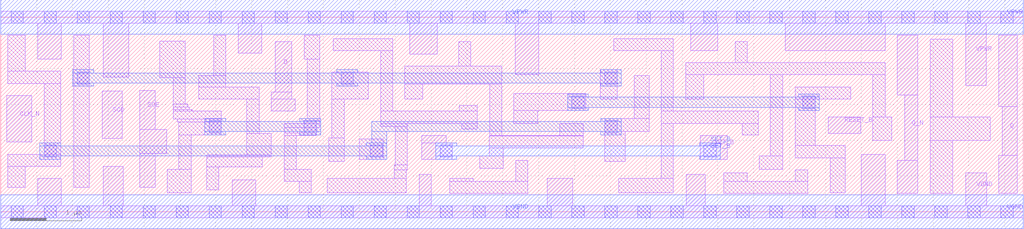
<source format=lef>
# Copyright 2020 The SkyWater PDK Authors
#
# Licensed under the Apache License, Version 2.0 (the "License");
# you may not use this file except in compliance with the License.
# You may obtain a copy of the License at
#
#     https://www.apache.org/licenses/LICENSE-2.0
#
# Unless required by applicable law or agreed to in writing, software
# distributed under the License is distributed on an "AS IS" BASIS,
# WITHOUT WARRANTIES OR CONDITIONS OF ANY KIND, either express or implied.
# See the License for the specific language governing permissions and
# limitations under the License.
#
# SPDX-License-Identifier: Apache-2.0

VERSION 5.7 ;
  NAMESCASESENSITIVE ON ;
  NOWIREEXTENSIONATPIN ON ;
  DIVIDERCHAR "/" ;
  BUSBITCHARS "[]" ;
UNITS
  DATABASE MICRONS 200 ;
END UNITS
MACRO sky130_fd_sc_hd__sdfbbn_1
  CLASS CORE ;
  SOURCE USER ;
  FOREIGN sky130_fd_sc_hd__sdfbbn_1 ;
  ORIGIN  0.000000  0.000000 ;
  SIZE  14.26000 BY  2.720000 ;
  SYMMETRY X Y R90 ;
  SITE unithd ;
  PIN D
    ANTENNAGATEAREA  0.126000 ;
    DIRECTION INPUT ;
    USE SIGNAL ;
    PORT
      LAYER li1 ;
        RECT 3.775000 1.405000 4.105000 1.575000 ;
        RECT 3.775000 1.575000 4.060000 1.675000 ;
        RECT 3.825000 1.675000 4.060000 2.375000 ;
    END
  END D
  PIN Q
    ANTENNADIFFAREA  0.429000 ;
    DIRECTION OUTPUT ;
    USE SIGNAL ;
    PORT
      LAYER li1 ;
        RECT 13.915000 0.255000 14.175000 0.785000 ;
        RECT 13.915000 1.470000 14.175000 2.465000 ;
        RECT 13.965000 0.785000 14.175000 1.470000 ;
    END
  END Q
  PIN Q_N
    ANTENNADIFFAREA  0.429000 ;
    DIRECTION OUTPUT ;
    USE SIGNAL ;
    PORT
      LAYER li1 ;
        RECT 12.500000 0.255000 12.785000 0.715000 ;
        RECT 12.500000 1.630000 12.785000 2.465000 ;
        RECT 12.605000 0.715000 12.785000 1.630000 ;
    END
  END Q_N
  PIN RESET_B
    ANTENNAGATEAREA  0.159000 ;
    DIRECTION INPUT ;
    USE SIGNAL ;
    PORT
      LAYER li1 ;
        RECT 11.535000 1.095000 11.990000 1.325000 ;
    END
  END RESET_B
  PIN SCD
    ANTENNAGATEAREA  0.159000 ;
    DIRECTION INPUT ;
    USE SIGNAL ;
    PORT
      LAYER li1 ;
        RECT 1.415000 1.025000 1.695000 1.685000 ;
    END
  END SCD
  PIN SCE
    ANTENNAGATEAREA  0.252000 ;
    DIRECTION INPUT ;
    USE SIGNAL ;
    PORT
      LAYER li1 ;
        RECT 1.935000 0.345000 2.155000 0.815000 ;
        RECT 1.935000 0.815000 2.315000 1.150000 ;
        RECT 1.935000 1.150000 2.155000 1.695000 ;
    END
  END SCE
  PIN SET_B
    ANTENNAGATEAREA  0.252000 ;
    DIRECTION INPUT ;
    USE SIGNAL ;
    PORT
      LAYER li1 ;
        RECT 5.870000 0.735000  6.295000 0.965000 ;
        RECT 5.870000 0.965000  6.215000 1.065000 ;
        RECT 9.755000 0.735000 10.130000 1.065000 ;
      LAYER mcon ;
        RECT 6.125000 0.765000 6.295000 0.935000 ;
        RECT 9.805000 0.765000 9.975000 0.935000 ;
      LAYER met1 ;
        RECT 6.065000 0.735000  6.355000 0.780000 ;
        RECT 6.065000 0.780000 10.035000 0.920000 ;
        RECT 6.065000 0.920000  6.355000 0.965000 ;
        RECT 9.745000 0.735000 10.035000 0.780000 ;
        RECT 9.745000 0.920000 10.035000 0.965000 ;
    END
  END SET_B
  PIN CLK_N
    ANTENNAGATEAREA  0.159000 ;
    DIRECTION INPUT ;
    USE CLOCK ;
    PORT
      LAYER li1 ;
        RECT 0.085000 0.975000 0.435000 1.625000 ;
    END
  END CLK_N
  PIN VGND
    DIRECTION INOUT ;
    SHAPE ABUTMENT ;
    USE GROUND ;
    PORT
      LAYER li1 ;
        RECT  0.000000 -0.085000 14.260000 0.085000 ;
        RECT  0.515000  0.085000  0.845000 0.465000 ;
        RECT  1.430000  0.085000  1.705000 0.635000 ;
        RECT  3.225000  0.085000  3.555000 0.445000 ;
        RECT  5.835000  0.085000  6.005000 0.525000 ;
        RECT  7.620000  0.085000  7.975000 0.465000 ;
        RECT  9.560000  0.085000  9.820000 0.525000 ;
        RECT 12.000000  0.085000 12.330000 0.805000 ;
        RECT 13.455000  0.085000 13.745000 0.545000 ;
      LAYER mcon ;
        RECT  0.145000 -0.085000  0.315000 0.085000 ;
        RECT  0.605000 -0.085000  0.775000 0.085000 ;
        RECT  1.065000 -0.085000  1.235000 0.085000 ;
        RECT  1.525000 -0.085000  1.695000 0.085000 ;
        RECT  1.985000 -0.085000  2.155000 0.085000 ;
        RECT  2.445000 -0.085000  2.615000 0.085000 ;
        RECT  2.905000 -0.085000  3.075000 0.085000 ;
        RECT  3.365000 -0.085000  3.535000 0.085000 ;
        RECT  3.825000 -0.085000  3.995000 0.085000 ;
        RECT  4.285000 -0.085000  4.455000 0.085000 ;
        RECT  4.745000 -0.085000  4.915000 0.085000 ;
        RECT  5.205000 -0.085000  5.375000 0.085000 ;
        RECT  5.665000 -0.085000  5.835000 0.085000 ;
        RECT  6.125000 -0.085000  6.295000 0.085000 ;
        RECT  6.585000 -0.085000  6.755000 0.085000 ;
        RECT  7.045000 -0.085000  7.215000 0.085000 ;
        RECT  7.505000 -0.085000  7.675000 0.085000 ;
        RECT  7.965000 -0.085000  8.135000 0.085000 ;
        RECT  8.425000 -0.085000  8.595000 0.085000 ;
        RECT  8.885000 -0.085000  9.055000 0.085000 ;
        RECT  9.345000 -0.085000  9.515000 0.085000 ;
        RECT  9.805000 -0.085000  9.975000 0.085000 ;
        RECT 10.265000 -0.085000 10.435000 0.085000 ;
        RECT 10.725000 -0.085000 10.895000 0.085000 ;
        RECT 11.185000 -0.085000 11.355000 0.085000 ;
        RECT 11.645000 -0.085000 11.815000 0.085000 ;
        RECT 12.105000 -0.085000 12.275000 0.085000 ;
        RECT 12.565000 -0.085000 12.735000 0.085000 ;
        RECT 13.025000 -0.085000 13.195000 0.085000 ;
        RECT 13.485000 -0.085000 13.655000 0.085000 ;
        RECT 13.945000 -0.085000 14.115000 0.085000 ;
      LAYER met1 ;
        RECT 0.000000 -0.240000 14.260000 0.240000 ;
    END
  END VGND
  PIN VPWR
    DIRECTION INOUT ;
    SHAPE ABUTMENT ;
    USE POWER ;
    PORT
      LAYER li1 ;
        RECT  0.000000 2.635000 14.260000 2.805000 ;
        RECT  0.515000 2.135000  0.845000 2.635000 ;
        RECT  1.430000 1.885000  1.785000 2.635000 ;
        RECT  3.310000 2.215000  3.640000 2.635000 ;
        RECT  5.705000 2.205000  6.085000 2.635000 ;
        RECT  7.175000 1.915000  7.505000 2.635000 ;
        RECT  9.620000 2.255000 10.000000 2.635000 ;
        RECT 10.940000 2.255000 12.330000 2.635000 ;
        RECT 13.455000 1.765000 13.740000 2.635000 ;
      LAYER mcon ;
        RECT  0.145000 2.635000  0.315000 2.805000 ;
        RECT  0.605000 2.635000  0.775000 2.805000 ;
        RECT  1.065000 2.635000  1.235000 2.805000 ;
        RECT  1.525000 2.635000  1.695000 2.805000 ;
        RECT  1.985000 2.635000  2.155000 2.805000 ;
        RECT  2.445000 2.635000  2.615000 2.805000 ;
        RECT  2.905000 2.635000  3.075000 2.805000 ;
        RECT  3.365000 2.635000  3.535000 2.805000 ;
        RECT  3.825000 2.635000  3.995000 2.805000 ;
        RECT  4.285000 2.635000  4.455000 2.805000 ;
        RECT  4.745000 2.635000  4.915000 2.805000 ;
        RECT  5.205000 2.635000  5.375000 2.805000 ;
        RECT  5.665000 2.635000  5.835000 2.805000 ;
        RECT  6.125000 2.635000  6.295000 2.805000 ;
        RECT  6.585000 2.635000  6.755000 2.805000 ;
        RECT  7.045000 2.635000  7.215000 2.805000 ;
        RECT  7.505000 2.635000  7.675000 2.805000 ;
        RECT  7.965000 2.635000  8.135000 2.805000 ;
        RECT  8.425000 2.635000  8.595000 2.805000 ;
        RECT  8.885000 2.635000  9.055000 2.805000 ;
        RECT  9.345000 2.635000  9.515000 2.805000 ;
        RECT  9.805000 2.635000  9.975000 2.805000 ;
        RECT 10.265000 2.635000 10.435000 2.805000 ;
        RECT 10.725000 2.635000 10.895000 2.805000 ;
        RECT 11.185000 2.635000 11.355000 2.805000 ;
        RECT 11.645000 2.635000 11.815000 2.805000 ;
        RECT 12.105000 2.635000 12.275000 2.805000 ;
        RECT 12.565000 2.635000 12.735000 2.805000 ;
        RECT 13.025000 2.635000 13.195000 2.805000 ;
        RECT 13.485000 2.635000 13.655000 2.805000 ;
        RECT 13.945000 2.635000 14.115000 2.805000 ;
      LAYER met1 ;
        RECT 0.000000 2.480000 14.260000 2.960000 ;
    END
  END VPWR
  OBS
    LAYER li1 ;
      RECT  0.095000 0.345000  0.345000 0.635000 ;
      RECT  0.095000 0.635000  0.835000 0.805000 ;
      RECT  0.095000 1.795000  0.835000 1.965000 ;
      RECT  0.095000 1.965000  0.345000 2.465000 ;
      RECT  0.605000 0.805000  0.835000 1.795000 ;
      RECT  1.015000 0.345000  1.235000 2.465000 ;
      RECT  2.215000 1.875000  2.575000 2.385000 ;
      RECT  2.325000 0.265000  2.655000 0.595000 ;
      RECT  2.405000 1.295000  3.075000 1.405000 ;
      RECT  2.405000 1.405000  2.670000 1.430000 ;
      RECT  2.405000 1.430000  2.630000 1.465000 ;
      RECT  2.405000 1.465000  2.605000 1.505000 ;
      RECT  2.405000 1.505000  2.575000 1.875000 ;
      RECT  2.460000 1.255000  3.075000 1.295000 ;
      RECT  2.485000 0.595000  2.655000 1.075000 ;
      RECT  2.485000 1.075000  3.075000 1.255000 ;
      RECT  2.760000 1.575000  3.605000 1.745000 ;
      RECT  2.760000 1.745000  3.140000 1.905000 ;
      RECT  2.870000 0.305000  3.040000 0.625000 ;
      RECT  2.870000 0.625000  3.645000 0.765000 ;
      RECT  2.870000 0.765000  3.770000 0.795000 ;
      RECT  2.970000 1.905000  3.140000 2.465000 ;
      RECT  3.430000 0.795000  3.770000 1.095000 ;
      RECT  3.430000 1.095000  3.605000 1.575000 ;
      RECT  3.950000 0.425000  4.330000 0.595000 ;
      RECT  3.950000 0.595000  4.120000 1.065000 ;
      RECT  3.950000 1.065000  4.400000 1.105000 ;
      RECT  3.950000 1.105000  4.410000 1.175000 ;
      RECT  3.950000 1.175000  4.445000 1.235000 ;
      RECT  4.160000 0.265000  4.330000 0.425000 ;
      RECT  4.225000 1.235000  4.445000 1.275000 ;
      RECT  4.230000 2.135000  4.445000 2.465000 ;
      RECT  4.245000 1.275000  4.445000 1.305000 ;
      RECT  4.275000 1.305000  4.445000 2.135000 ;
      RECT  4.555000 0.265000  5.655000 0.465000 ;
      RECT  4.570000 0.705000  4.790000 1.035000 ;
      RECT  4.615000 1.035000  4.790000 1.575000 ;
      RECT  4.615000 1.575000  5.125000 1.955000 ;
      RECT  4.635000 2.250000  5.465000 2.420000 ;
      RECT  5.000000 0.735000  5.330000 1.015000 ;
      RECT  5.295000 1.195000  5.670000 1.235000 ;
      RECT  5.295000 1.235000  6.645000 1.405000 ;
      RECT  5.295000 1.405000  5.465000 2.250000 ;
      RECT  5.485000 0.465000  5.655000 0.585000 ;
      RECT  5.485000 0.585000  5.670000 0.655000 ;
      RECT  5.500000 0.655000  5.670000 1.195000 ;
      RECT  5.635000 1.575000  5.885000 1.785000 ;
      RECT  5.635000 1.785000  6.985000 2.035000 ;
      RECT  6.260000 0.255000  7.350000 0.425000 ;
      RECT  6.260000 0.425000  6.590000 0.465000 ;
      RECT  6.385000 2.035000  6.555000 2.375000 ;
      RECT  6.395000 1.405000  6.645000 1.485000 ;
      RECT  6.425000 1.155000  6.645000 1.235000 ;
      RECT  6.680000 0.610000  7.010000 0.780000 ;
      RECT  6.810000 0.780000  7.010000 0.895000 ;
      RECT  6.810000 0.895000  8.125000 1.060000 ;
      RECT  6.815000 1.060000  8.125000 1.065000 ;
      RECT  6.815000 1.065000  6.985000 1.785000 ;
      RECT  7.155000 1.235000  7.485000 1.415000 ;
      RECT  7.155000 1.415000  8.160000 1.655000 ;
      RECT  7.180000 0.425000  7.350000 0.715000 ;
      RECT  7.795000 1.065000  8.125000 1.235000 ;
      RECT  8.360000 1.575000  8.595000 1.985000 ;
      RECT  8.420000 0.705000  8.705000 1.125000 ;
      RECT  8.420000 1.125000  9.040000 1.305000 ;
      RECT  8.550000 2.250000  9.380000 2.420000 ;
      RECT  8.615000 0.265000  9.380000 0.465000 ;
      RECT  8.835000 1.305000  9.040000 1.905000 ;
      RECT  9.210000 0.465000  9.380000 1.235000 ;
      RECT  9.210000 1.235000 10.560000 1.405000 ;
      RECT  9.210000 1.405000  9.380000 2.250000 ;
      RECT  9.550000 1.575000  9.800000 1.915000 ;
      RECT  9.550000 1.915000 12.330000 2.085000 ;
      RECT 10.080000 0.255000 11.250000 0.425000 ;
      RECT 10.080000 0.425000 10.410000 0.545000 ;
      RECT 10.240000 2.085000 10.410000 2.375000 ;
      RECT 10.340000 1.075000 10.560000 1.235000 ;
      RECT 10.575000 0.595000 10.905000 0.780000 ;
      RECT 10.730000 0.780000 10.905000 1.915000 ;
      RECT 11.075000 0.425000 11.250000 0.585000 ;
      RECT 11.080000 0.755000 11.775000 0.925000 ;
      RECT 11.080000 0.925000 11.355000 1.575000 ;
      RECT 11.080000 1.575000 11.855000 1.745000 ;
      RECT 11.565000 0.265000 11.775000 0.755000 ;
      RECT 12.160000 0.995000 12.425000 1.325000 ;
      RECT 12.160000 1.325000 12.330000 1.915000 ;
      RECT 12.960000 0.255000 13.275000 0.995000 ;
      RECT 12.960000 0.995000 13.795000 1.325000 ;
      RECT 12.960000 1.325000 13.275000 2.415000 ;
    LAYER mcon ;
      RECT  0.605000 0.765000  0.775000 0.935000 ;
      RECT  1.065000 1.785000  1.235000 1.955000 ;
      RECT  2.905000 1.105000  3.075000 1.275000 ;
      RECT  4.230000 1.105000  4.400000 1.275000 ;
      RECT  4.745000 1.785000  4.915000 1.955000 ;
      RECT  5.155000 0.765000  5.325000 0.935000 ;
      RECT  7.965000 1.445000  8.135000 1.615000 ;
      RECT  8.425000 1.105000  8.595000 1.275000 ;
      RECT  8.425000 1.785000  8.595000 1.955000 ;
      RECT 11.185000 1.445000 11.355000 1.615000 ;
    LAYER met1 ;
      RECT  0.545000 0.735000  0.835000 0.780000 ;
      RECT  0.545000 0.780000  5.385000 0.920000 ;
      RECT  0.545000 0.920000  0.835000 0.965000 ;
      RECT  1.005000 1.755000  1.295000 1.800000 ;
      RECT  1.005000 1.800000  8.655000 1.940000 ;
      RECT  1.005000 1.940000  1.295000 1.985000 ;
      RECT  2.845000 1.075000  3.135000 1.120000 ;
      RECT  2.845000 1.120000  4.460000 1.260000 ;
      RECT  2.845000 1.260000  3.135000 1.305000 ;
      RECT  4.170000 1.075000  4.460000 1.120000 ;
      RECT  4.170000 1.260000  4.460000 1.305000 ;
      RECT  4.685000 1.755000  4.975000 1.800000 ;
      RECT  4.685000 1.940000  4.975000 1.985000 ;
      RECT  5.095000 0.735000  5.385000 0.780000 ;
      RECT  5.095000 0.920000  5.385000 0.965000 ;
      RECT  5.170000 0.965000  5.385000 1.120000 ;
      RECT  5.170000 1.120000  8.655000 1.260000 ;
      RECT  7.905000 1.415000  8.195000 1.460000 ;
      RECT  7.905000 1.460000 11.415000 1.600000 ;
      RECT  7.905000 1.600000  8.195000 1.645000 ;
      RECT  8.365000 1.075000  8.655000 1.120000 ;
      RECT  8.365000 1.260000  8.655000 1.305000 ;
      RECT  8.365000 1.755000  8.655000 1.800000 ;
      RECT  8.365000 1.940000  8.655000 1.985000 ;
      RECT 11.125000 1.415000 11.415000 1.460000 ;
      RECT 11.125000 1.600000 11.415000 1.645000 ;
  END
END sky130_fd_sc_hd__sdfbbn_1

</source>
